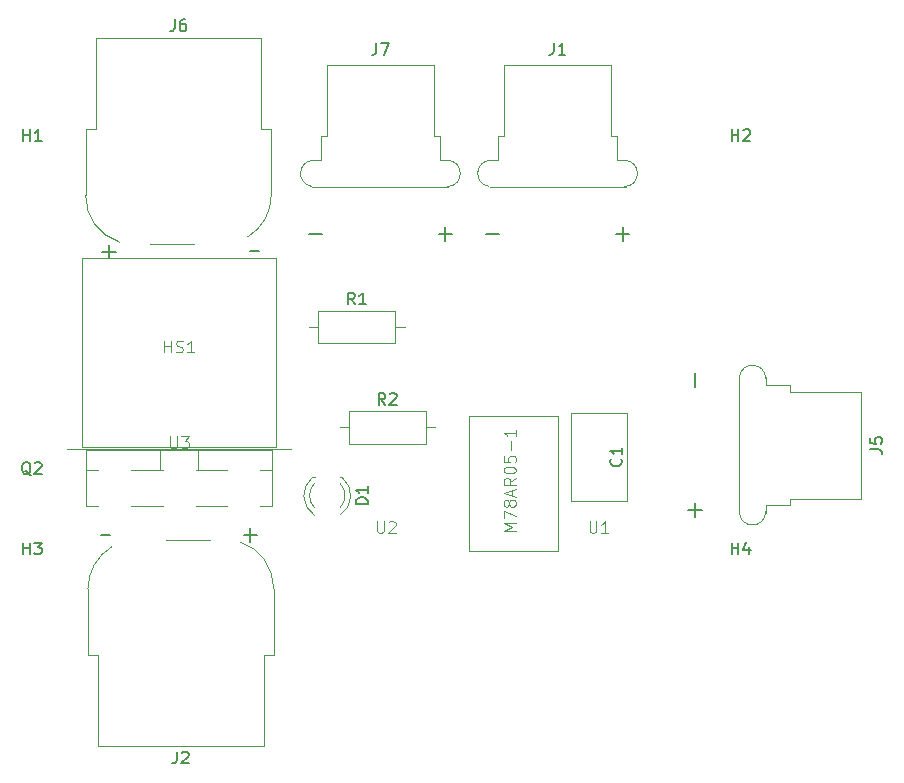
<source format=gbr>
%TF.GenerationSoftware,KiCad,Pcbnew,9.0.4-9.0.4-0~ubuntu24.04.1*%
%TF.CreationDate,2025-09-08T07:55:43+00:00*%
%TF.ProjectId,computer_sensor_board,636f6d70-7574-4657-925f-73656e736f72,rev?*%
%TF.SameCoordinates,Original*%
%TF.FileFunction,Legend,Top*%
%TF.FilePolarity,Positive*%
%FSLAX46Y46*%
G04 Gerber Fmt 4.6, Leading zero omitted, Abs format (unit mm)*
G04 Created by KiCad (PCBNEW 9.0.4-9.0.4-0~ubuntu24.04.1) date 2025-09-08 07:55:43*
%MOMM*%
%LPD*%
G01*
G04 APERTURE LIST*
%ADD10C,0.150000*%
%ADD11C,0.100000*%
%ADD12C,0.120000*%
G04 APERTURE END LIST*
D10*
X202333333Y-60084819D02*
X202000000Y-59608628D01*
X201761905Y-60084819D02*
X201761905Y-59084819D01*
X201761905Y-59084819D02*
X202142857Y-59084819D01*
X202142857Y-59084819D02*
X202238095Y-59132438D01*
X202238095Y-59132438D02*
X202285714Y-59180057D01*
X202285714Y-59180057D02*
X202333333Y-59275295D01*
X202333333Y-59275295D02*
X202333333Y-59418152D01*
X202333333Y-59418152D02*
X202285714Y-59513390D01*
X202285714Y-59513390D02*
X202238095Y-59561009D01*
X202238095Y-59561009D02*
X202142857Y-59608628D01*
X202142857Y-59608628D02*
X201761905Y-59608628D01*
X203285714Y-60084819D02*
X202714286Y-60084819D01*
X203000000Y-60084819D02*
X203000000Y-59084819D01*
X203000000Y-59084819D02*
X202904762Y-59227676D01*
X202904762Y-59227676D02*
X202809524Y-59322914D01*
X202809524Y-59322914D02*
X202714286Y-59370533D01*
X174238095Y-46254819D02*
X174238095Y-45254819D01*
X174238095Y-45731009D02*
X174809523Y-45731009D01*
X174809523Y-46254819D02*
X174809523Y-45254819D01*
X175809523Y-46254819D02*
X175238095Y-46254819D01*
X175523809Y-46254819D02*
X175523809Y-45254819D01*
X175523809Y-45254819D02*
X175428571Y-45397676D01*
X175428571Y-45397676D02*
X175333333Y-45492914D01*
X175333333Y-45492914D02*
X175238095Y-45540533D01*
X203414819Y-77008094D02*
X202414819Y-77008094D01*
X202414819Y-77008094D02*
X202414819Y-76769999D01*
X202414819Y-76769999D02*
X202462438Y-76627142D01*
X202462438Y-76627142D02*
X202557676Y-76531904D01*
X202557676Y-76531904D02*
X202652914Y-76484285D01*
X202652914Y-76484285D02*
X202843390Y-76436666D01*
X202843390Y-76436666D02*
X202986247Y-76436666D01*
X202986247Y-76436666D02*
X203176723Y-76484285D01*
X203176723Y-76484285D02*
X203271961Y-76531904D01*
X203271961Y-76531904D02*
X203367200Y-76627142D01*
X203367200Y-76627142D02*
X203414819Y-76769999D01*
X203414819Y-76769999D02*
X203414819Y-77008094D01*
X203414819Y-75484285D02*
X203414819Y-76055713D01*
X203414819Y-75769999D02*
X202414819Y-75769999D01*
X202414819Y-75769999D02*
X202557676Y-75865237D01*
X202557676Y-75865237D02*
X202652914Y-75960475D01*
X202652914Y-75960475D02*
X202700533Y-76055713D01*
D11*
X186688095Y-71257419D02*
X186688095Y-72066942D01*
X186688095Y-72066942D02*
X186735714Y-72162180D01*
X186735714Y-72162180D02*
X186783333Y-72209800D01*
X186783333Y-72209800D02*
X186878571Y-72257419D01*
X186878571Y-72257419D02*
X187069047Y-72257419D01*
X187069047Y-72257419D02*
X187164285Y-72209800D01*
X187164285Y-72209800D02*
X187211904Y-72162180D01*
X187211904Y-72162180D02*
X187259523Y-72066942D01*
X187259523Y-72066942D02*
X187259523Y-71257419D01*
X187640476Y-71257419D02*
X188259523Y-71257419D01*
X188259523Y-71257419D02*
X187926190Y-71638371D01*
X187926190Y-71638371D02*
X188069047Y-71638371D01*
X188069047Y-71638371D02*
X188164285Y-71685990D01*
X188164285Y-71685990D02*
X188211904Y-71733609D01*
X188211904Y-71733609D02*
X188259523Y-71828847D01*
X188259523Y-71828847D02*
X188259523Y-72066942D01*
X188259523Y-72066942D02*
X188211904Y-72162180D01*
X188211904Y-72162180D02*
X188164285Y-72209800D01*
X188164285Y-72209800D02*
X188069047Y-72257419D01*
X188069047Y-72257419D02*
X187783333Y-72257419D01*
X187783333Y-72257419D02*
X187688095Y-72209800D01*
X187688095Y-72209800D02*
X187640476Y-72162180D01*
X186211905Y-64157419D02*
X186211905Y-63157419D01*
X186211905Y-63633609D02*
X186783333Y-63633609D01*
X186783333Y-64157419D02*
X186783333Y-63157419D01*
X187211905Y-64109800D02*
X187354762Y-64157419D01*
X187354762Y-64157419D02*
X187592857Y-64157419D01*
X187592857Y-64157419D02*
X187688095Y-64109800D01*
X187688095Y-64109800D02*
X187735714Y-64062180D01*
X187735714Y-64062180D02*
X187783333Y-63966942D01*
X187783333Y-63966942D02*
X187783333Y-63871704D01*
X187783333Y-63871704D02*
X187735714Y-63776466D01*
X187735714Y-63776466D02*
X187688095Y-63728847D01*
X187688095Y-63728847D02*
X187592857Y-63681228D01*
X187592857Y-63681228D02*
X187402381Y-63633609D01*
X187402381Y-63633609D02*
X187307143Y-63585990D01*
X187307143Y-63585990D02*
X187259524Y-63538371D01*
X187259524Y-63538371D02*
X187211905Y-63443133D01*
X187211905Y-63443133D02*
X187211905Y-63347895D01*
X187211905Y-63347895D02*
X187259524Y-63252657D01*
X187259524Y-63252657D02*
X187307143Y-63205038D01*
X187307143Y-63205038D02*
X187402381Y-63157419D01*
X187402381Y-63157419D02*
X187640476Y-63157419D01*
X187640476Y-63157419D02*
X187783333Y-63205038D01*
X188735714Y-64157419D02*
X188164286Y-64157419D01*
X188450000Y-64157419D02*
X188450000Y-63157419D01*
X188450000Y-63157419D02*
X188354762Y-63300276D01*
X188354762Y-63300276D02*
X188259524Y-63395514D01*
X188259524Y-63395514D02*
X188164286Y-63443133D01*
D10*
X234238095Y-46254819D02*
X234238095Y-45254819D01*
X234238095Y-45731009D02*
X234809523Y-45731009D01*
X234809523Y-46254819D02*
X234809523Y-45254819D01*
X235238095Y-45350057D02*
X235285714Y-45302438D01*
X235285714Y-45302438D02*
X235380952Y-45254819D01*
X235380952Y-45254819D02*
X235619047Y-45254819D01*
X235619047Y-45254819D02*
X235714285Y-45302438D01*
X235714285Y-45302438D02*
X235761904Y-45350057D01*
X235761904Y-45350057D02*
X235809523Y-45445295D01*
X235809523Y-45445295D02*
X235809523Y-45540533D01*
X235809523Y-45540533D02*
X235761904Y-45683390D01*
X235761904Y-45683390D02*
X235190476Y-46254819D01*
X235190476Y-46254819D02*
X235809523Y-46254819D01*
X204166666Y-37954819D02*
X204166666Y-38669104D01*
X204166666Y-38669104D02*
X204119047Y-38811961D01*
X204119047Y-38811961D02*
X204023809Y-38907200D01*
X204023809Y-38907200D02*
X203880952Y-38954819D01*
X203880952Y-38954819D02*
X203785714Y-38954819D01*
X204547619Y-37954819D02*
X205214285Y-37954819D01*
X205214285Y-37954819D02*
X204785714Y-38954819D01*
X209428571Y-54114700D02*
X210571429Y-54114700D01*
X210000000Y-54686128D02*
X210000000Y-53543271D01*
X198428571Y-54114700D02*
X199571429Y-54114700D01*
D11*
X215957419Y-79261904D02*
X214957419Y-79261904D01*
X214957419Y-79261904D02*
X215671704Y-78928571D01*
X215671704Y-78928571D02*
X214957419Y-78595238D01*
X214957419Y-78595238D02*
X215957419Y-78595238D01*
X214957419Y-78214285D02*
X214957419Y-77547619D01*
X214957419Y-77547619D02*
X215957419Y-77976190D01*
X215385990Y-77023809D02*
X215338371Y-77119047D01*
X215338371Y-77119047D02*
X215290752Y-77166666D01*
X215290752Y-77166666D02*
X215195514Y-77214285D01*
X215195514Y-77214285D02*
X215147895Y-77214285D01*
X215147895Y-77214285D02*
X215052657Y-77166666D01*
X215052657Y-77166666D02*
X215005038Y-77119047D01*
X215005038Y-77119047D02*
X214957419Y-77023809D01*
X214957419Y-77023809D02*
X214957419Y-76833333D01*
X214957419Y-76833333D02*
X215005038Y-76738095D01*
X215005038Y-76738095D02*
X215052657Y-76690476D01*
X215052657Y-76690476D02*
X215147895Y-76642857D01*
X215147895Y-76642857D02*
X215195514Y-76642857D01*
X215195514Y-76642857D02*
X215290752Y-76690476D01*
X215290752Y-76690476D02*
X215338371Y-76738095D01*
X215338371Y-76738095D02*
X215385990Y-76833333D01*
X215385990Y-76833333D02*
X215385990Y-77023809D01*
X215385990Y-77023809D02*
X215433609Y-77119047D01*
X215433609Y-77119047D02*
X215481228Y-77166666D01*
X215481228Y-77166666D02*
X215576466Y-77214285D01*
X215576466Y-77214285D02*
X215766942Y-77214285D01*
X215766942Y-77214285D02*
X215862180Y-77166666D01*
X215862180Y-77166666D02*
X215909800Y-77119047D01*
X215909800Y-77119047D02*
X215957419Y-77023809D01*
X215957419Y-77023809D02*
X215957419Y-76833333D01*
X215957419Y-76833333D02*
X215909800Y-76738095D01*
X215909800Y-76738095D02*
X215862180Y-76690476D01*
X215862180Y-76690476D02*
X215766942Y-76642857D01*
X215766942Y-76642857D02*
X215576466Y-76642857D01*
X215576466Y-76642857D02*
X215481228Y-76690476D01*
X215481228Y-76690476D02*
X215433609Y-76738095D01*
X215433609Y-76738095D02*
X215385990Y-76833333D01*
X215671704Y-76261904D02*
X215671704Y-75785714D01*
X215957419Y-76357142D02*
X214957419Y-76023809D01*
X214957419Y-76023809D02*
X215957419Y-75690476D01*
X215957419Y-74785714D02*
X215481228Y-75119047D01*
X215957419Y-75357142D02*
X214957419Y-75357142D01*
X214957419Y-75357142D02*
X214957419Y-74976190D01*
X214957419Y-74976190D02*
X215005038Y-74880952D01*
X215005038Y-74880952D02*
X215052657Y-74833333D01*
X215052657Y-74833333D02*
X215147895Y-74785714D01*
X215147895Y-74785714D02*
X215290752Y-74785714D01*
X215290752Y-74785714D02*
X215385990Y-74833333D01*
X215385990Y-74833333D02*
X215433609Y-74880952D01*
X215433609Y-74880952D02*
X215481228Y-74976190D01*
X215481228Y-74976190D02*
X215481228Y-75357142D01*
X214957419Y-74166666D02*
X214957419Y-74071428D01*
X214957419Y-74071428D02*
X215005038Y-73976190D01*
X215005038Y-73976190D02*
X215052657Y-73928571D01*
X215052657Y-73928571D02*
X215147895Y-73880952D01*
X215147895Y-73880952D02*
X215338371Y-73833333D01*
X215338371Y-73833333D02*
X215576466Y-73833333D01*
X215576466Y-73833333D02*
X215766942Y-73880952D01*
X215766942Y-73880952D02*
X215862180Y-73928571D01*
X215862180Y-73928571D02*
X215909800Y-73976190D01*
X215909800Y-73976190D02*
X215957419Y-74071428D01*
X215957419Y-74071428D02*
X215957419Y-74166666D01*
X215957419Y-74166666D02*
X215909800Y-74261904D01*
X215909800Y-74261904D02*
X215862180Y-74309523D01*
X215862180Y-74309523D02*
X215766942Y-74357142D01*
X215766942Y-74357142D02*
X215576466Y-74404761D01*
X215576466Y-74404761D02*
X215338371Y-74404761D01*
X215338371Y-74404761D02*
X215147895Y-74357142D01*
X215147895Y-74357142D02*
X215052657Y-74309523D01*
X215052657Y-74309523D02*
X215005038Y-74261904D01*
X215005038Y-74261904D02*
X214957419Y-74166666D01*
X214957419Y-72928571D02*
X214957419Y-73404761D01*
X214957419Y-73404761D02*
X215433609Y-73452380D01*
X215433609Y-73452380D02*
X215385990Y-73404761D01*
X215385990Y-73404761D02*
X215338371Y-73309523D01*
X215338371Y-73309523D02*
X215338371Y-73071428D01*
X215338371Y-73071428D02*
X215385990Y-72976190D01*
X215385990Y-72976190D02*
X215433609Y-72928571D01*
X215433609Y-72928571D02*
X215528847Y-72880952D01*
X215528847Y-72880952D02*
X215766942Y-72880952D01*
X215766942Y-72880952D02*
X215862180Y-72928571D01*
X215862180Y-72928571D02*
X215909800Y-72976190D01*
X215909800Y-72976190D02*
X215957419Y-73071428D01*
X215957419Y-73071428D02*
X215957419Y-73309523D01*
X215957419Y-73309523D02*
X215909800Y-73404761D01*
X215909800Y-73404761D02*
X215862180Y-73452380D01*
X215576466Y-72452380D02*
X215576466Y-71690476D01*
X215957419Y-70690476D02*
X215957419Y-71261904D01*
X215957419Y-70976190D02*
X214957419Y-70976190D01*
X214957419Y-70976190D02*
X215100276Y-71071428D01*
X215100276Y-71071428D02*
X215195514Y-71166666D01*
X215195514Y-71166666D02*
X215243133Y-71261904D01*
X204208095Y-78447419D02*
X204208095Y-79256942D01*
X204208095Y-79256942D02*
X204255714Y-79352180D01*
X204255714Y-79352180D02*
X204303333Y-79399800D01*
X204303333Y-79399800D02*
X204398571Y-79447419D01*
X204398571Y-79447419D02*
X204589047Y-79447419D01*
X204589047Y-79447419D02*
X204684285Y-79399800D01*
X204684285Y-79399800D02*
X204731904Y-79352180D01*
X204731904Y-79352180D02*
X204779523Y-79256942D01*
X204779523Y-79256942D02*
X204779523Y-78447419D01*
X205208095Y-78542657D02*
X205255714Y-78495038D01*
X205255714Y-78495038D02*
X205350952Y-78447419D01*
X205350952Y-78447419D02*
X205589047Y-78447419D01*
X205589047Y-78447419D02*
X205684285Y-78495038D01*
X205684285Y-78495038D02*
X205731904Y-78542657D01*
X205731904Y-78542657D02*
X205779523Y-78637895D01*
X205779523Y-78637895D02*
X205779523Y-78733133D01*
X205779523Y-78733133D02*
X205731904Y-78875990D01*
X205731904Y-78875990D02*
X205160476Y-79447419D01*
X205160476Y-79447419D02*
X205779523Y-79447419D01*
D10*
X204913333Y-68584819D02*
X204580000Y-68108628D01*
X204341905Y-68584819D02*
X204341905Y-67584819D01*
X204341905Y-67584819D02*
X204722857Y-67584819D01*
X204722857Y-67584819D02*
X204818095Y-67632438D01*
X204818095Y-67632438D02*
X204865714Y-67680057D01*
X204865714Y-67680057D02*
X204913333Y-67775295D01*
X204913333Y-67775295D02*
X204913333Y-67918152D01*
X204913333Y-67918152D02*
X204865714Y-68013390D01*
X204865714Y-68013390D02*
X204818095Y-68061009D01*
X204818095Y-68061009D02*
X204722857Y-68108628D01*
X204722857Y-68108628D02*
X204341905Y-68108628D01*
X205294286Y-67680057D02*
X205341905Y-67632438D01*
X205341905Y-67632438D02*
X205437143Y-67584819D01*
X205437143Y-67584819D02*
X205675238Y-67584819D01*
X205675238Y-67584819D02*
X205770476Y-67632438D01*
X205770476Y-67632438D02*
X205818095Y-67680057D01*
X205818095Y-67680057D02*
X205865714Y-67775295D01*
X205865714Y-67775295D02*
X205865714Y-67870533D01*
X205865714Y-67870533D02*
X205818095Y-68013390D01*
X205818095Y-68013390D02*
X205246667Y-68584819D01*
X205246667Y-68584819D02*
X205865714Y-68584819D01*
X174238095Y-81254819D02*
X174238095Y-80254819D01*
X174238095Y-80731009D02*
X174809523Y-80731009D01*
X174809523Y-81254819D02*
X174809523Y-80254819D01*
X175190476Y-80254819D02*
X175809523Y-80254819D01*
X175809523Y-80254819D02*
X175476190Y-80635771D01*
X175476190Y-80635771D02*
X175619047Y-80635771D01*
X175619047Y-80635771D02*
X175714285Y-80683390D01*
X175714285Y-80683390D02*
X175761904Y-80731009D01*
X175761904Y-80731009D02*
X175809523Y-80826247D01*
X175809523Y-80826247D02*
X175809523Y-81064342D01*
X175809523Y-81064342D02*
X175761904Y-81159580D01*
X175761904Y-81159580D02*
X175714285Y-81207200D01*
X175714285Y-81207200D02*
X175619047Y-81254819D01*
X175619047Y-81254819D02*
X175333333Y-81254819D01*
X175333333Y-81254819D02*
X175238095Y-81207200D01*
X175238095Y-81207200D02*
X175190476Y-81159580D01*
X219166666Y-37954819D02*
X219166666Y-38669104D01*
X219166666Y-38669104D02*
X219119047Y-38811961D01*
X219119047Y-38811961D02*
X219023809Y-38907200D01*
X219023809Y-38907200D02*
X218880952Y-38954819D01*
X218880952Y-38954819D02*
X218785714Y-38954819D01*
X220166666Y-38954819D02*
X219595238Y-38954819D01*
X219880952Y-38954819D02*
X219880952Y-37954819D01*
X219880952Y-37954819D02*
X219785714Y-38097676D01*
X219785714Y-38097676D02*
X219690476Y-38192914D01*
X219690476Y-38192914D02*
X219595238Y-38240533D01*
X224428571Y-54114700D02*
X225571429Y-54114700D01*
X225000000Y-54686128D02*
X225000000Y-53543271D01*
X213428571Y-54114700D02*
X214571429Y-54114700D01*
D11*
X222208095Y-78447419D02*
X222208095Y-79256942D01*
X222208095Y-79256942D02*
X222255714Y-79352180D01*
X222255714Y-79352180D02*
X222303333Y-79399800D01*
X222303333Y-79399800D02*
X222398571Y-79447419D01*
X222398571Y-79447419D02*
X222589047Y-79447419D01*
X222589047Y-79447419D02*
X222684285Y-79399800D01*
X222684285Y-79399800D02*
X222731904Y-79352180D01*
X222731904Y-79352180D02*
X222779523Y-79256942D01*
X222779523Y-79256942D02*
X222779523Y-78447419D01*
X223779523Y-79447419D02*
X223208095Y-79447419D01*
X223493809Y-79447419D02*
X223493809Y-78447419D01*
X223493809Y-78447419D02*
X223398571Y-78590276D01*
X223398571Y-78590276D02*
X223303333Y-78685514D01*
X223303333Y-78685514D02*
X223208095Y-78733133D01*
D10*
X245954819Y-72333333D02*
X246669104Y-72333333D01*
X246669104Y-72333333D02*
X246811961Y-72380952D01*
X246811961Y-72380952D02*
X246907200Y-72476190D01*
X246907200Y-72476190D02*
X246954819Y-72619047D01*
X246954819Y-72619047D02*
X246954819Y-72714285D01*
X245954819Y-71380952D02*
X245954819Y-71857142D01*
X245954819Y-71857142D02*
X246431009Y-71904761D01*
X246431009Y-71904761D02*
X246383390Y-71857142D01*
X246383390Y-71857142D02*
X246335771Y-71761904D01*
X246335771Y-71761904D02*
X246335771Y-71523809D01*
X246335771Y-71523809D02*
X246383390Y-71428571D01*
X246383390Y-71428571D02*
X246431009Y-71380952D01*
X246431009Y-71380952D02*
X246526247Y-71333333D01*
X246526247Y-71333333D02*
X246764342Y-71333333D01*
X246764342Y-71333333D02*
X246859580Y-71380952D01*
X246859580Y-71380952D02*
X246907200Y-71428571D01*
X246907200Y-71428571D02*
X246954819Y-71523809D01*
X246954819Y-71523809D02*
X246954819Y-71761904D01*
X246954819Y-71761904D02*
X246907200Y-71857142D01*
X246907200Y-71857142D02*
X246859580Y-71904761D01*
X231114700Y-67071428D02*
X231114700Y-65928571D01*
X231114700Y-78071428D02*
X231114700Y-76928571D01*
X231686128Y-77499999D02*
X230543271Y-77499999D01*
X174904761Y-74550057D02*
X174809523Y-74502438D01*
X174809523Y-74502438D02*
X174714285Y-74407200D01*
X174714285Y-74407200D02*
X174571428Y-74264342D01*
X174571428Y-74264342D02*
X174476190Y-74216723D01*
X174476190Y-74216723D02*
X174380952Y-74216723D01*
X174428571Y-74454819D02*
X174333333Y-74407200D01*
X174333333Y-74407200D02*
X174238095Y-74311961D01*
X174238095Y-74311961D02*
X174190476Y-74121485D01*
X174190476Y-74121485D02*
X174190476Y-73788152D01*
X174190476Y-73788152D02*
X174238095Y-73597676D01*
X174238095Y-73597676D02*
X174333333Y-73502438D01*
X174333333Y-73502438D02*
X174428571Y-73454819D01*
X174428571Y-73454819D02*
X174619047Y-73454819D01*
X174619047Y-73454819D02*
X174714285Y-73502438D01*
X174714285Y-73502438D02*
X174809523Y-73597676D01*
X174809523Y-73597676D02*
X174857142Y-73788152D01*
X174857142Y-73788152D02*
X174857142Y-74121485D01*
X174857142Y-74121485D02*
X174809523Y-74311961D01*
X174809523Y-74311961D02*
X174714285Y-74407200D01*
X174714285Y-74407200D02*
X174619047Y-74454819D01*
X174619047Y-74454819D02*
X174428571Y-74454819D01*
X175238095Y-73550057D02*
X175285714Y-73502438D01*
X175285714Y-73502438D02*
X175380952Y-73454819D01*
X175380952Y-73454819D02*
X175619047Y-73454819D01*
X175619047Y-73454819D02*
X175714285Y-73502438D01*
X175714285Y-73502438D02*
X175761904Y-73550057D01*
X175761904Y-73550057D02*
X175809523Y-73645295D01*
X175809523Y-73645295D02*
X175809523Y-73740533D01*
X175809523Y-73740533D02*
X175761904Y-73883390D01*
X175761904Y-73883390D02*
X175190476Y-74454819D01*
X175190476Y-74454819D02*
X175809523Y-74454819D01*
X234238095Y-81254819D02*
X234238095Y-80254819D01*
X234238095Y-80731009D02*
X234809523Y-80731009D01*
X234809523Y-81254819D02*
X234809523Y-80254819D01*
X235714285Y-80588152D02*
X235714285Y-81254819D01*
X235476190Y-80207200D02*
X235238095Y-80921485D01*
X235238095Y-80921485D02*
X235857142Y-80921485D01*
X224859580Y-73166666D02*
X224907200Y-73214285D01*
X224907200Y-73214285D02*
X224954819Y-73357142D01*
X224954819Y-73357142D02*
X224954819Y-73452380D01*
X224954819Y-73452380D02*
X224907200Y-73595237D01*
X224907200Y-73595237D02*
X224811961Y-73690475D01*
X224811961Y-73690475D02*
X224716723Y-73738094D01*
X224716723Y-73738094D02*
X224526247Y-73785713D01*
X224526247Y-73785713D02*
X224383390Y-73785713D01*
X224383390Y-73785713D02*
X224192914Y-73738094D01*
X224192914Y-73738094D02*
X224097676Y-73690475D01*
X224097676Y-73690475D02*
X224002438Y-73595237D01*
X224002438Y-73595237D02*
X223954819Y-73452380D01*
X223954819Y-73452380D02*
X223954819Y-73357142D01*
X223954819Y-73357142D02*
X224002438Y-73214285D01*
X224002438Y-73214285D02*
X224050057Y-73166666D01*
X224954819Y-72214285D02*
X224954819Y-72785713D01*
X224954819Y-72499999D02*
X223954819Y-72499999D01*
X223954819Y-72499999D02*
X224097676Y-72595237D01*
X224097676Y-72595237D02*
X224192914Y-72690475D01*
X224192914Y-72690475D02*
X224240533Y-72785713D01*
X187266666Y-97954819D02*
X187266666Y-98669104D01*
X187266666Y-98669104D02*
X187219047Y-98811961D01*
X187219047Y-98811961D02*
X187123809Y-98907200D01*
X187123809Y-98907200D02*
X186980952Y-98954819D01*
X186980952Y-98954819D02*
X186885714Y-98954819D01*
X187695238Y-98050057D02*
X187742857Y-98002438D01*
X187742857Y-98002438D02*
X187838095Y-97954819D01*
X187838095Y-97954819D02*
X188076190Y-97954819D01*
X188076190Y-97954819D02*
X188171428Y-98002438D01*
X188171428Y-98002438D02*
X188219047Y-98050057D01*
X188219047Y-98050057D02*
X188266666Y-98145295D01*
X188266666Y-98145295D02*
X188266666Y-98240533D01*
X188266666Y-98240533D02*
X188219047Y-98383390D01*
X188219047Y-98383390D02*
X187647619Y-98954819D01*
X187647619Y-98954819D02*
X188266666Y-98954819D01*
X180819048Y-79573866D02*
X181580953Y-79573866D01*
X192928571Y-79614700D02*
X194071429Y-79614700D01*
X193500000Y-80186128D02*
X193500000Y-79043271D01*
X187066666Y-35954819D02*
X187066666Y-36669104D01*
X187066666Y-36669104D02*
X187019047Y-36811961D01*
X187019047Y-36811961D02*
X186923809Y-36907200D01*
X186923809Y-36907200D02*
X186780952Y-36954819D01*
X186780952Y-36954819D02*
X186685714Y-36954819D01*
X187971428Y-35954819D02*
X187780952Y-35954819D01*
X187780952Y-35954819D02*
X187685714Y-36002438D01*
X187685714Y-36002438D02*
X187638095Y-36050057D01*
X187638095Y-36050057D02*
X187542857Y-36192914D01*
X187542857Y-36192914D02*
X187495238Y-36383390D01*
X187495238Y-36383390D02*
X187495238Y-36764342D01*
X187495238Y-36764342D02*
X187542857Y-36859580D01*
X187542857Y-36859580D02*
X187590476Y-36907200D01*
X187590476Y-36907200D02*
X187685714Y-36954819D01*
X187685714Y-36954819D02*
X187876190Y-36954819D01*
X187876190Y-36954819D02*
X187971428Y-36907200D01*
X187971428Y-36907200D02*
X188019047Y-36859580D01*
X188019047Y-36859580D02*
X188066666Y-36764342D01*
X188066666Y-36764342D02*
X188066666Y-36526247D01*
X188066666Y-36526247D02*
X188019047Y-36431009D01*
X188019047Y-36431009D02*
X187971428Y-36383390D01*
X187971428Y-36383390D02*
X187876190Y-36335771D01*
X187876190Y-36335771D02*
X187685714Y-36335771D01*
X187685714Y-36335771D02*
X187590476Y-36383390D01*
X187590476Y-36383390D02*
X187542857Y-36431009D01*
X187542857Y-36431009D02*
X187495238Y-36526247D01*
X180928571Y-55614700D02*
X182071429Y-55614700D01*
X181500000Y-56186128D02*
X181500000Y-55043271D01*
X193419048Y-55573866D02*
X194180953Y-55573866D01*
D12*
%TO.C,R1*%
X198460000Y-62000000D02*
X199230000Y-62000000D01*
X199230000Y-60630000D02*
X199230000Y-63370000D01*
X199230000Y-63370000D02*
X205770000Y-63370000D01*
X205770000Y-60630000D02*
X199230000Y-60630000D01*
X205770000Y-63370000D02*
X205770000Y-60630000D01*
X206540000Y-62000000D02*
X205770000Y-62000000D01*
%TO.C,D1*%
X198920000Y-74710000D02*
X198764000Y-74710000D01*
X201236000Y-74710000D02*
X201080000Y-74710000D01*
X198920163Y-77311130D02*
G75*
G02*
X198920000Y-75229039I1079837J1041130D01*
G01*
X198921392Y-77942335D02*
G75*
G02*
X198764484Y-74710000I1078608J1672335D01*
G01*
X201080000Y-75229039D02*
G75*
G02*
X201079837Y-77311130I-1080000J-1040961D01*
G01*
X201235516Y-74710000D02*
G75*
G02*
X201078608Y-77942335I-1235516J-1560000D01*
G01*
%TO.C,U3*%
D11*
X177950000Y-72300000D02*
X196950000Y-72300000D01*
X196950000Y-72350000D01*
X177950000Y-72350000D01*
X177950000Y-72300000D01*
%TO.C,HS1*%
X179200000Y-72200000D02*
X195700000Y-72200000D01*
X195700000Y-56200000D01*
X179200000Y-56200000D01*
X179200000Y-72200000D01*
D12*
%TO.C,J7*%
X198740000Y-47890000D02*
X199440000Y-47890000D01*
X198740000Y-50110000D02*
X210260000Y-50110000D01*
X199440000Y-45840000D02*
X199440000Y-47890000D01*
X199440000Y-45840000D02*
X199970000Y-45840000D01*
X199970000Y-39840000D02*
X199970000Y-45840000D01*
X199970000Y-39840000D02*
X209000000Y-39840000D01*
X209030000Y-39840000D02*
X209030000Y-45840000D01*
X209030000Y-45840000D02*
X209560000Y-45840000D01*
X209560000Y-45840000D02*
X209560000Y-47890000D01*
X209560000Y-47890000D02*
X210260000Y-47890000D01*
X198678271Y-50096635D02*
G75*
G02*
X198850000Y-47890000I171730J1096635D01*
G01*
X210150000Y-47890000D02*
G75*
G02*
X210150000Y-50110000I0J-1110000D01*
G01*
%TO.C,M78AR05-1*%
D11*
X212000000Y-81000000D02*
X219550000Y-81000000D01*
X219550000Y-69500000D01*
X212000000Y-69500000D01*
X212000000Y-81000000D01*
D12*
%TO.C,R2*%
X201040000Y-70500000D02*
X201810000Y-70500000D01*
X201810000Y-69130000D02*
X201810000Y-71870000D01*
X201810000Y-71870000D02*
X208350000Y-71870000D01*
X208350000Y-69130000D02*
X201810000Y-69130000D01*
X208350000Y-71870000D02*
X208350000Y-69130000D01*
X209120000Y-70500000D02*
X208350000Y-70500000D01*
%TO.C,J1*%
X213740000Y-47890000D02*
X214440000Y-47890000D01*
X213740000Y-50110000D02*
X225260000Y-50110000D01*
X214440000Y-45840000D02*
X214440000Y-47890000D01*
X214440000Y-45840000D02*
X214970000Y-45840000D01*
X214970000Y-39840000D02*
X214970000Y-45840000D01*
X214970000Y-39840000D02*
X224000000Y-39840000D01*
X224030000Y-39840000D02*
X224030000Y-45840000D01*
X224030000Y-45840000D02*
X224560000Y-45840000D01*
X224560000Y-45840000D02*
X224560000Y-47890000D01*
X224560000Y-47890000D02*
X225260000Y-47890000D01*
X213678271Y-50096635D02*
G75*
G02*
X213850000Y-47890000I171730J1096635D01*
G01*
X225150000Y-47890000D02*
G75*
G02*
X225150000Y-50110000I0J-1110000D01*
G01*
%TO.C,J5*%
X234890000Y-66240000D02*
X234890000Y-77760000D01*
X237110000Y-66240000D02*
X237110000Y-66940000D01*
X237110000Y-77060000D02*
X237110000Y-77760000D01*
X239160000Y-66940000D02*
X237110000Y-66940000D01*
X239160000Y-66940000D02*
X239160000Y-67470000D01*
X239160000Y-76530000D02*
X239160000Y-77060000D01*
X239160000Y-77060000D02*
X237110000Y-77060000D01*
X245160000Y-67470000D02*
X239160000Y-67470000D01*
X245160000Y-67470000D02*
X245160000Y-76500000D01*
X245160000Y-76530000D02*
X239160000Y-76530000D01*
X234903365Y-66178271D02*
G75*
G02*
X237110000Y-66350000I1096635J-171730D01*
G01*
X237110000Y-77650000D02*
G75*
G02*
X234890000Y-77650000I-1110000J0D01*
G01*
%TO.C,Q2*%
X179580000Y-72380000D02*
X179580000Y-77120000D01*
X179580000Y-72380000D02*
X195320000Y-72380000D01*
X179580000Y-74120000D02*
X180600000Y-74120000D01*
X179580000Y-77120000D02*
X180600000Y-77120000D01*
X183400000Y-74120000D02*
X186051000Y-74120000D01*
X183400000Y-77120000D02*
X186051000Y-77120000D01*
X185850000Y-72380000D02*
X185850000Y-74120000D01*
X188850000Y-74120000D02*
X191500000Y-74120000D01*
X188850000Y-77120000D02*
X191500000Y-77120000D01*
X189051000Y-72380000D02*
X189051000Y-74120000D01*
X194300000Y-74120000D02*
X195320000Y-74120000D01*
X194300000Y-77120000D02*
X195320000Y-77120000D01*
X195320000Y-72380000D02*
X195320000Y-77120000D01*
%TO.C,C1*%
X220630000Y-69280000D02*
X220630000Y-76720000D01*
X225370000Y-69280000D02*
X220630000Y-69280000D01*
X225370000Y-69280000D02*
X225370000Y-76720000D01*
X225370000Y-76720000D02*
X220630000Y-76720000D01*
%TO.C,J2*%
X179740000Y-89760000D02*
X179740000Y-84150000D01*
X180590000Y-89760000D02*
X179740000Y-89760000D01*
X180590000Y-97460000D02*
X180590000Y-89760000D01*
X190050000Y-80040000D02*
X186310000Y-80040000D01*
X194610000Y-97460000D02*
X180590000Y-97460000D01*
X194610000Y-97460000D02*
X194610000Y-89760000D01*
X195460000Y-89760000D02*
X194610000Y-89760000D01*
X195460000Y-89760000D02*
X195460000Y-84150000D01*
X179740000Y-84150000D02*
G75*
G02*
X181733194Y-80627042I4110000J0D01*
G01*
X192589900Y-80191282D02*
G75*
G02*
X195460000Y-84150000I-1239898J-3918716D01*
G01*
%TO.C,J6*%
X179540000Y-45240000D02*
X179540000Y-50850000D01*
X179540000Y-45240000D02*
X180390000Y-45240000D01*
X180390000Y-37540000D02*
X180390000Y-45240000D01*
X180390000Y-37540000D02*
X194410000Y-37540000D01*
X184950000Y-54960000D02*
X188690000Y-54960000D01*
X194410000Y-37540000D02*
X194410000Y-45240000D01*
X194410000Y-45240000D02*
X195260000Y-45240000D01*
X195260000Y-45240000D02*
X195260000Y-50850000D01*
X182410100Y-54808718D02*
G75*
G02*
X179540000Y-50850000I1239898J3918716D01*
G01*
X195260000Y-50850000D02*
G75*
G02*
X193266806Y-54372958I-4110000J0D01*
G01*
%TD*%
M02*

</source>
